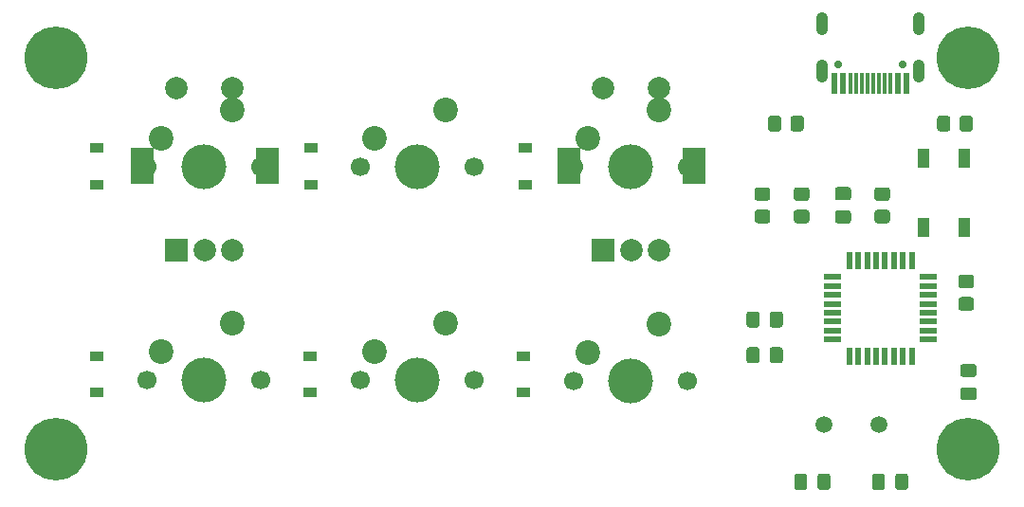
<source format=gbr>
G04 #@! TF.GenerationSoftware,KiCad,Pcbnew,(5.1.9)-1*
G04 #@! TF.CreationDate,2021-03-12T14:24:21+01:00*
G04 #@! TF.ProjectId,case_keypad,63617365-5f6b-4657-9970-61642e6b6963,rev?*
G04 #@! TF.SameCoordinates,Original*
G04 #@! TF.FileFunction,Soldermask,Top*
G04 #@! TF.FilePolarity,Negative*
%FSLAX46Y46*%
G04 Gerber Fmt 4.6, Leading zero omitted, Abs format (unit mm)*
G04 Created by KiCad (PCBNEW (5.1.9)-1) date 2021-03-12 14:24:21*
%MOMM*%
%LPD*%
G01*
G04 APERTURE LIST*
%ADD10C,5.600000*%
%ADD11C,0.700000*%
%ADD12O,1.050000X2.100000*%
%ADD13R,0.600000X1.950000*%
%ADD14R,0.300000X1.950000*%
%ADD15C,1.500000*%
%ADD16C,1.700000*%
%ADD17C,4.000000*%
%ADD18C,2.200000*%
%ADD19R,1.600000X0.550000*%
%ADD20R,0.550000X1.600000*%
%ADD21R,2.000000X2.000000*%
%ADD22C,2.000000*%
%ADD23R,2.000000X3.200000*%
%ADD24R,1.100000X1.800000*%
%ADD25R,1.200000X0.900000*%
G04 APERTURE END LIST*
D10*
G04 #@! TO.C,REF\u002A\u002A*
X77500000Y-102000000D03*
G04 #@! TD*
G04 #@! TO.C,REF\u002A\u002A*
X77500000Y-67000000D03*
G04 #@! TD*
G04 #@! TO.C,REF\u002A\u002A*
X159000000Y-102000000D03*
G04 #@! TD*
G04 #@! TO.C,REF\u002A\u002A*
X159000000Y-67000000D03*
G04 #@! TD*
D11*
G04 #@! TO.C,J1*
X147360000Y-67650000D03*
X153140000Y-67650000D03*
D12*
X145930000Y-64000000D03*
X154570000Y-64000000D03*
X145930000Y-68180000D03*
X154570000Y-68180000D03*
D13*
X147000000Y-69350000D03*
X147800000Y-69350000D03*
D14*
X148500000Y-69350000D03*
X149000000Y-69350000D03*
X149500000Y-69350000D03*
X150000000Y-69350000D03*
X152000000Y-69350000D03*
X151500000Y-69350000D03*
X151000000Y-69350000D03*
X150500000Y-69350000D03*
D13*
X152700000Y-69350000D03*
X153500000Y-69350000D03*
G04 #@! TD*
D15*
G04 #@! TO.C,16 MHz*
X150980000Y-99800000D03*
X146100000Y-99800000D03*
G04 #@! TD*
D16*
G04 #@! TO.C,SW9*
X133940000Y-95880000D03*
X123780000Y-95880000D03*
D17*
X128860000Y-95880000D03*
D18*
X125050000Y-93340000D03*
X131400000Y-90800000D03*
G04 #@! TD*
D16*
G04 #@! TO.C,SW8*
X133940000Y-76780000D03*
X123780000Y-76780000D03*
D17*
X128860000Y-76780000D03*
D18*
X125050000Y-74240000D03*
X131400000Y-71700000D03*
G04 #@! TD*
D16*
G04 #@! TO.C,SW6*
X114840000Y-95780000D03*
X104680000Y-95780000D03*
D17*
X109760000Y-95780000D03*
D18*
X105950000Y-93240000D03*
X112300000Y-90700000D03*
G04 #@! TD*
D16*
G04 #@! TO.C,SW5*
X114840000Y-76780000D03*
X104680000Y-76780000D03*
D17*
X109760000Y-76780000D03*
D18*
X105950000Y-74240000D03*
X112300000Y-71700000D03*
G04 #@! TD*
D16*
G04 #@! TO.C,SW4*
X95780000Y-95800000D03*
X85620000Y-95800000D03*
D17*
X90700000Y-95800000D03*
D18*
X86890000Y-93260000D03*
X93240000Y-90720000D03*
G04 #@! TD*
D16*
G04 #@! TO.C,SW3*
X95840000Y-76780000D03*
X85680000Y-76780000D03*
D17*
X90760000Y-76780000D03*
D18*
X86950000Y-74240000D03*
X93300000Y-71700000D03*
G04 #@! TD*
D19*
G04 #@! TO.C,U1*
X146900000Y-92200000D03*
X146900000Y-91400000D03*
X146900000Y-90600000D03*
X146900000Y-89800000D03*
X146900000Y-89000000D03*
X146900000Y-88200000D03*
X146900000Y-87400000D03*
X146900000Y-86600000D03*
D20*
X148350000Y-85150000D03*
X149150000Y-85150000D03*
X149950000Y-85150000D03*
X150750000Y-85150000D03*
X151550000Y-85150000D03*
X152350000Y-85150000D03*
X153150000Y-85150000D03*
X153950000Y-85150000D03*
D19*
X155400000Y-86600000D03*
X155400000Y-87400000D03*
X155400000Y-88200000D03*
X155400000Y-89000000D03*
X155400000Y-89800000D03*
X155400000Y-90600000D03*
X155400000Y-91400000D03*
X155400000Y-92200000D03*
D20*
X153950000Y-93650000D03*
X153150000Y-93650000D03*
X152350000Y-93650000D03*
X151550000Y-93650000D03*
X150750000Y-93650000D03*
X149950000Y-93650000D03*
X149150000Y-93650000D03*
X148350000Y-93650000D03*
G04 #@! TD*
D21*
G04 #@! TO.C,SW7*
X126400000Y-84200000D03*
D22*
X128900000Y-84200000D03*
X131400000Y-84200000D03*
D23*
X123300000Y-76700000D03*
X134500000Y-76700000D03*
D22*
X126400000Y-69700000D03*
X131400000Y-69700000D03*
G04 #@! TD*
D21*
G04 #@! TO.C,SW2*
X88300000Y-84200000D03*
D22*
X90800000Y-84200000D03*
X93300000Y-84200000D03*
D23*
X85200000Y-76700000D03*
X96400000Y-76700000D03*
D22*
X88300000Y-69700000D03*
X93300000Y-69700000D03*
G04 #@! TD*
D24*
G04 #@! TO.C,RESET*
X154950000Y-82200000D03*
X154950000Y-76000000D03*
X158650000Y-82200000D03*
X158650000Y-76000000D03*
G04 #@! TD*
G04 #@! TO.C,10k*
G36*
G01*
X158349999Y-88400000D02*
X159250001Y-88400000D01*
G75*
G02*
X159500000Y-88649999I0J-249999D01*
G01*
X159500000Y-89350001D01*
G75*
G02*
X159250001Y-89600000I-249999J0D01*
G01*
X158349999Y-89600000D01*
G75*
G02*
X158100000Y-89350001I0J249999D01*
G01*
X158100000Y-88649999D01*
G75*
G02*
X158349999Y-88400000I249999J0D01*
G01*
G37*
G36*
G01*
X158349999Y-86400000D02*
X159250001Y-86400000D01*
G75*
G02*
X159500000Y-86649999I0J-249999D01*
G01*
X159500000Y-87350001D01*
G75*
G02*
X159250001Y-87600000I-249999J0D01*
G01*
X158349999Y-87600000D01*
G75*
G02*
X158100000Y-87350001I0J249999D01*
G01*
X158100000Y-86649999D01*
G75*
G02*
X158349999Y-86400000I249999J0D01*
G01*
G37*
G04 #@! TD*
G04 #@! TO.C,5.1k*
G36*
G01*
X142300000Y-72449999D02*
X142300000Y-73350001D01*
G75*
G02*
X142050001Y-73600000I-249999J0D01*
G01*
X141349999Y-73600000D01*
G75*
G02*
X141100000Y-73350001I0J249999D01*
G01*
X141100000Y-72449999D01*
G75*
G02*
X141349999Y-72200000I249999J0D01*
G01*
X142050001Y-72200000D01*
G75*
G02*
X142300000Y-72449999I0J-249999D01*
G01*
G37*
G36*
G01*
X144300000Y-72449999D02*
X144300000Y-73350001D01*
G75*
G02*
X144050001Y-73600000I-249999J0D01*
G01*
X143349999Y-73600000D01*
G75*
G02*
X143100000Y-73350001I0J249999D01*
G01*
X143100000Y-72449999D01*
G75*
G02*
X143349999Y-72200000I249999J0D01*
G01*
X144050001Y-72200000D01*
G75*
G02*
X144300000Y-72449999I0J-249999D01*
G01*
G37*
G04 #@! TD*
G04 #@! TO.C,5.1k*
G36*
G01*
X158200000Y-73350001D02*
X158200000Y-72449999D01*
G75*
G02*
X158449999Y-72200000I249999J0D01*
G01*
X159150001Y-72200000D01*
G75*
G02*
X159400000Y-72449999I0J-249999D01*
G01*
X159400000Y-73350001D01*
G75*
G02*
X159150001Y-73600000I-249999J0D01*
G01*
X158449999Y-73600000D01*
G75*
G02*
X158200000Y-73350001I0J249999D01*
G01*
G37*
G36*
G01*
X156200000Y-73350001D02*
X156200000Y-72449999D01*
G75*
G02*
X156449999Y-72200000I249999J0D01*
G01*
X157150001Y-72200000D01*
G75*
G02*
X157400000Y-72449999I0J-249999D01*
G01*
X157400000Y-73350001D01*
G75*
G02*
X157150001Y-73600000I-249999J0D01*
G01*
X156449999Y-73600000D01*
G75*
G02*
X156200000Y-73350001I0J249999D01*
G01*
G37*
G04 #@! TD*
G04 #@! TO.C,10k*
G36*
G01*
X151750001Y-79800000D02*
X150849999Y-79800000D01*
G75*
G02*
X150600000Y-79550001I0J249999D01*
G01*
X150600000Y-78849999D01*
G75*
G02*
X150849999Y-78600000I249999J0D01*
G01*
X151750001Y-78600000D01*
G75*
G02*
X152000000Y-78849999I0J-249999D01*
G01*
X152000000Y-79550001D01*
G75*
G02*
X151750001Y-79800000I-249999J0D01*
G01*
G37*
G36*
G01*
X151750001Y-81800000D02*
X150849999Y-81800000D01*
G75*
G02*
X150600000Y-81550001I0J249999D01*
G01*
X150600000Y-80849999D01*
G75*
G02*
X150849999Y-80600000I249999J0D01*
G01*
X151750001Y-80600000D01*
G75*
G02*
X152000000Y-80849999I0J-249999D01*
G01*
X152000000Y-81550001D01*
G75*
G02*
X151750001Y-81800000I-249999J0D01*
G01*
G37*
G04 #@! TD*
G04 #@! TO.C,22R*
G36*
G01*
X141050001Y-79800000D02*
X140149999Y-79800000D01*
G75*
G02*
X139900000Y-79550001I0J249999D01*
G01*
X139900000Y-78849999D01*
G75*
G02*
X140149999Y-78600000I249999J0D01*
G01*
X141050001Y-78600000D01*
G75*
G02*
X141300000Y-78849999I0J-249999D01*
G01*
X141300000Y-79550001D01*
G75*
G02*
X141050001Y-79800000I-249999J0D01*
G01*
G37*
G36*
G01*
X141050001Y-81800000D02*
X140149999Y-81800000D01*
G75*
G02*
X139900000Y-81550001I0J249999D01*
G01*
X139900000Y-80849999D01*
G75*
G02*
X140149999Y-80600000I249999J0D01*
G01*
X141050001Y-80600000D01*
G75*
G02*
X141300000Y-80849999I0J-249999D01*
G01*
X141300000Y-81550001D01*
G75*
G02*
X141050001Y-81800000I-249999J0D01*
G01*
G37*
G04 #@! TD*
G04 #@! TO.C,22R*
G36*
G01*
X144550001Y-79800000D02*
X143649999Y-79800000D01*
G75*
G02*
X143400000Y-79550001I0J249999D01*
G01*
X143400000Y-78849999D01*
G75*
G02*
X143649999Y-78600000I249999J0D01*
G01*
X144550001Y-78600000D01*
G75*
G02*
X144800000Y-78849999I0J-249999D01*
G01*
X144800000Y-79550001D01*
G75*
G02*
X144550001Y-79800000I-249999J0D01*
G01*
G37*
G36*
G01*
X144550001Y-81800000D02*
X143649999Y-81800000D01*
G75*
G02*
X143400000Y-81550001I0J249999D01*
G01*
X143400000Y-80849999D01*
G75*
G02*
X143649999Y-80600000I249999J0D01*
G01*
X144550001Y-80600000D01*
G75*
G02*
X144800000Y-80849999I0J-249999D01*
G01*
X144800000Y-81550001D01*
G75*
G02*
X144550001Y-81800000I-249999J0D01*
G01*
G37*
G04 #@! TD*
D25*
G04 #@! TO.C,D7*
X119300000Y-93650000D03*
X119300000Y-96950000D03*
G04 #@! TD*
G04 #@! TO.C,D6*
X119400000Y-75050000D03*
X119400000Y-78350000D03*
G04 #@! TD*
G04 #@! TO.C,D5*
X100200000Y-93650000D03*
X100200000Y-96950000D03*
G04 #@! TD*
G04 #@! TO.C,D4*
X100300000Y-75050000D03*
X100300000Y-78350000D03*
G04 #@! TD*
G04 #@! TO.C,D3*
X81200000Y-93650000D03*
X81200000Y-96950000D03*
G04 #@! TD*
G04 #@! TO.C,D2*
X81200000Y-75050000D03*
X81200000Y-78350000D03*
G04 #@! TD*
G04 #@! TO.C,1uf*
G36*
G01*
X148275000Y-79750000D02*
X147325000Y-79750000D01*
G75*
G02*
X147075000Y-79500000I0J250000D01*
G01*
X147075000Y-78825000D01*
G75*
G02*
X147325000Y-78575000I250000J0D01*
G01*
X148275000Y-78575000D01*
G75*
G02*
X148525000Y-78825000I0J-250000D01*
G01*
X148525000Y-79500000D01*
G75*
G02*
X148275000Y-79750000I-250000J0D01*
G01*
G37*
G36*
G01*
X148275000Y-81825000D02*
X147325000Y-81825000D01*
G75*
G02*
X147075000Y-81575000I0J250000D01*
G01*
X147075000Y-80900000D01*
G75*
G02*
X147325000Y-80650000I250000J0D01*
G01*
X148275000Y-80650000D01*
G75*
G02*
X148525000Y-80900000I0J-250000D01*
G01*
X148525000Y-81575000D01*
G75*
G02*
X148275000Y-81825000I-250000J0D01*
G01*
G37*
G04 #@! TD*
G04 #@! TO.C,22pf*
G36*
G01*
X152450000Y-105375000D02*
X152450000Y-104425000D01*
G75*
G02*
X152700000Y-104175000I250000J0D01*
G01*
X153375000Y-104175000D01*
G75*
G02*
X153625000Y-104425000I0J-250000D01*
G01*
X153625000Y-105375000D01*
G75*
G02*
X153375000Y-105625000I-250000J0D01*
G01*
X152700000Y-105625000D01*
G75*
G02*
X152450000Y-105375000I0J250000D01*
G01*
G37*
G36*
G01*
X150375000Y-105375000D02*
X150375000Y-104425000D01*
G75*
G02*
X150625000Y-104175000I250000J0D01*
G01*
X151300000Y-104175000D01*
G75*
G02*
X151550000Y-104425000I0J-250000D01*
G01*
X151550000Y-105375000D01*
G75*
G02*
X151300000Y-105625000I-250000J0D01*
G01*
X150625000Y-105625000D01*
G75*
G02*
X150375000Y-105375000I0J250000D01*
G01*
G37*
G04 #@! TD*
G04 #@! TO.C,22pf*
G36*
G01*
X144612500Y-104425000D02*
X144612500Y-105375000D01*
G75*
G02*
X144362500Y-105625000I-250000J0D01*
G01*
X143687500Y-105625000D01*
G75*
G02*
X143437500Y-105375000I0J250000D01*
G01*
X143437500Y-104425000D01*
G75*
G02*
X143687500Y-104175000I250000J0D01*
G01*
X144362500Y-104175000D01*
G75*
G02*
X144612500Y-104425000I0J-250000D01*
G01*
G37*
G36*
G01*
X146687500Y-104425000D02*
X146687500Y-105375000D01*
G75*
G02*
X146437500Y-105625000I-250000J0D01*
G01*
X145762500Y-105625000D01*
G75*
G02*
X145512500Y-105375000I0J250000D01*
G01*
X145512500Y-104425000D01*
G75*
G02*
X145762500Y-104175000I250000J0D01*
G01*
X146437500Y-104175000D01*
G75*
G02*
X146687500Y-104425000I0J-250000D01*
G01*
G37*
G04 #@! TD*
G04 #@! TO.C,10uf*
G36*
G01*
X140350000Y-89925000D02*
X140350000Y-90875000D01*
G75*
G02*
X140100000Y-91125000I-250000J0D01*
G01*
X139425000Y-91125000D01*
G75*
G02*
X139175000Y-90875000I0J250000D01*
G01*
X139175000Y-89925000D01*
G75*
G02*
X139425000Y-89675000I250000J0D01*
G01*
X140100000Y-89675000D01*
G75*
G02*
X140350000Y-89925000I0J-250000D01*
G01*
G37*
G36*
G01*
X142425000Y-89925000D02*
X142425000Y-90875000D01*
G75*
G02*
X142175000Y-91125000I-250000J0D01*
G01*
X141500000Y-91125000D01*
G75*
G02*
X141250000Y-90875000I0J250000D01*
G01*
X141250000Y-89925000D01*
G75*
G02*
X141500000Y-89675000I250000J0D01*
G01*
X142175000Y-89675000D01*
G75*
G02*
X142425000Y-89925000I0J-250000D01*
G01*
G37*
G04 #@! TD*
G04 #@! TO.C,0.1uf*
G36*
G01*
X158525000Y-96450000D02*
X159475000Y-96450000D01*
G75*
G02*
X159725000Y-96700000I0J-250000D01*
G01*
X159725000Y-97375000D01*
G75*
G02*
X159475000Y-97625000I-250000J0D01*
G01*
X158525000Y-97625000D01*
G75*
G02*
X158275000Y-97375000I0J250000D01*
G01*
X158275000Y-96700000D01*
G75*
G02*
X158525000Y-96450000I250000J0D01*
G01*
G37*
G36*
G01*
X158525000Y-94375000D02*
X159475000Y-94375000D01*
G75*
G02*
X159725000Y-94625000I0J-250000D01*
G01*
X159725000Y-95300000D01*
G75*
G02*
X159475000Y-95550000I-250000J0D01*
G01*
X158525000Y-95550000D01*
G75*
G02*
X158275000Y-95300000I0J250000D01*
G01*
X158275000Y-94625000D01*
G75*
G02*
X158525000Y-94375000I250000J0D01*
G01*
G37*
G04 #@! TD*
G04 #@! TO.C,0.1uf*
G36*
G01*
X140350000Y-93125000D02*
X140350000Y-94075000D01*
G75*
G02*
X140100000Y-94325000I-250000J0D01*
G01*
X139425000Y-94325000D01*
G75*
G02*
X139175000Y-94075000I0J250000D01*
G01*
X139175000Y-93125000D01*
G75*
G02*
X139425000Y-92875000I250000J0D01*
G01*
X140100000Y-92875000D01*
G75*
G02*
X140350000Y-93125000I0J-250000D01*
G01*
G37*
G36*
G01*
X142425000Y-93125000D02*
X142425000Y-94075000D01*
G75*
G02*
X142175000Y-94325000I-250000J0D01*
G01*
X141500000Y-94325000D01*
G75*
G02*
X141250000Y-94075000I0J250000D01*
G01*
X141250000Y-93125000D01*
G75*
G02*
X141500000Y-92875000I250000J0D01*
G01*
X142175000Y-92875000D01*
G75*
G02*
X142425000Y-93125000I0J-250000D01*
G01*
G37*
G04 #@! TD*
M02*

</source>
